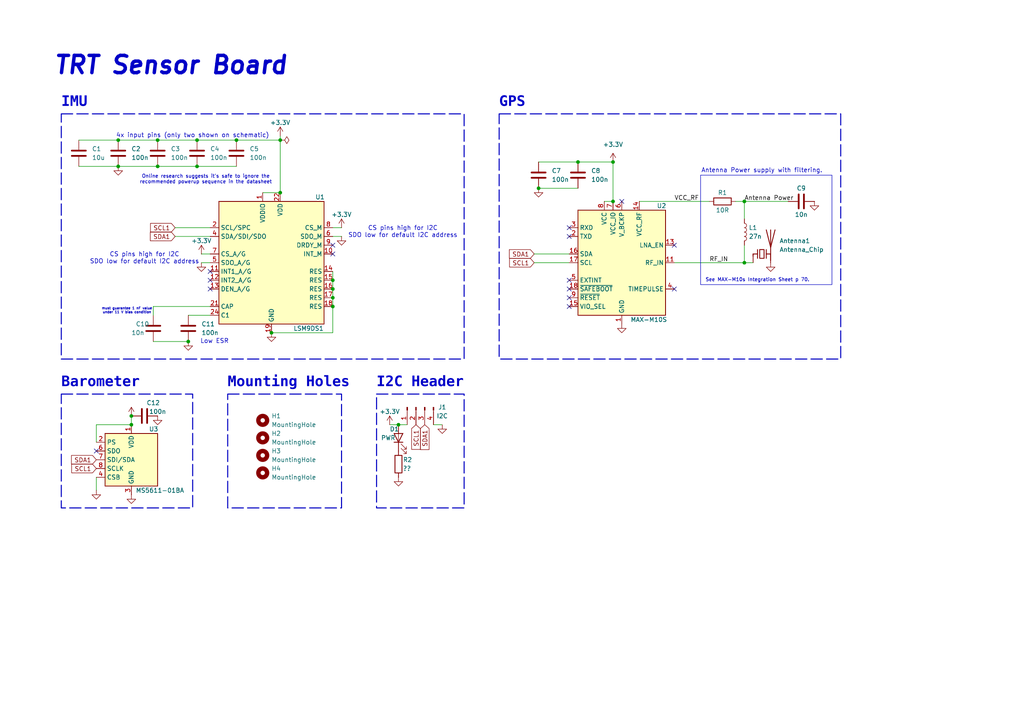
<source format=kicad_sch>
(kicad_sch (version 20231120) (generator "eeschema") (generator_version "8.0")
  (paper "A4")
  (title_block (title "TRT Sensor Board") (date "2024-07-10") (rev "0.1") (company "TRT"))
  (lib_symbols
    (symbol "Connector:Conn_01x04_Pin" (pin_names (offset 1.016) hide)
      (property "Reference" "J" (at 0 5.08 0))
      (property "Value" "Conn_01x04_Pin" (at 0 -7.62 0))
      (symbol "Conn_01x04_Pin_1_1"
        (polyline (pts (xy 1.27 -5.08) (xy 0.8636 -5.08)) (stroke (width 0.1524)))
        (polyline (pts (xy 1.27 -2.54) (xy 0.8636 -2.54)) (stroke (width 0.1524)))
        (polyline (pts (xy 1.27 0) (xy 0.8636 0)) (stroke (width 0.1524)))
        (polyline (pts (xy 1.27 2.54) (xy 0.8636 2.54)) (stroke (width 0.1524)))
        (rectangle (start 0.8636 -4.953) (end 0 -5.207) (stroke (width 0.1524)) (fill (type outline)))
        (rectangle (start 0.8636 -2.413) (end 0 -2.667) (stroke (width 0.1524)) (fill (type outline)))
        (rectangle (start 0.8636 0.127) (end 0 -0.127) (stroke (width 0.1524)) (fill (type outline)))
        (rectangle (start 0.8636 2.667) (end 0 2.413) (stroke (width 0.1524)) (fill (type outline)))
        (pin passive line (at 5.08 2.54 180) (length 3.81) (name "Pin_1") (number "1"))
        (pin passive line (at 5.08 0 180) (length 3.81) (name "Pin_2") (number "2"))
        (pin passive line (at 5.08 -2.54 180) (length 3.81) (name "Pin_3") (number "3"))
        (pin passive line (at 5.08 -5.08 180) (length 3.81) (name "Pin_4") (number "4"))
      )
    )
    (symbol "Device:Antenna_Chip" (pin_numbers hide) (pin_names (offset 1.016) hide)
      (property "Reference" "AE1" (at 5.08 3.8101 0))
      (property "Value" "Antenna_Chip" (at 5.08 1.2701 0))
      (symbol "Antenna_Chip_0_1"
        (polyline (pts (xy -2.54 0) (xy -2.54 -0.635)) (stroke (width 0.254)))
        (polyline (pts (xy -2.54 0) (xy -1.27 0)) (stroke (width 0.254)))
        (polyline (pts (xy 1.27 0) (xy 2.54 0)) (stroke (width 0.254)))
        (polyline (pts (xy 1.27 1.27) (xy 1.27 -1.27)) (stroke (width 0.254)))
        (polyline (pts (xy 2.54 -0.635) (xy 2.54 0)))
        (polyline (pts (xy 2.54 6.985) (xy 2.54 -1.905)) (stroke (width 0.254)))
        (polyline (pts (xy -1.27 1.27) (xy -1.27 -1.27) (xy -1.27 0)) (stroke (width 0.254)))
        (polyline (pts (xy 3.81 6.985) (xy 2.54 1.905) (xy 1.27 6.985)) (stroke (width 0.254)))
        (polyline (pts (xy -0.635 1.27) (xy 0.635 1.27) (xy 0.635 -1.27) (xy -0.635 -1.27) (xy -0.635 1.27)) (stroke (width 0.254)))
      )
      (symbol "Antenna_Chip_1_1"
        (pin input line (at -2.54 -2.54 90) (length 2.54) (name "FEED") (number "1"))
        (pin passive line (at 2.54 -2.54 90) (length 2.54) (name "PCB_Trace") (number "2"))
        (pin input line (at 2.54 -2.54 0) (length 2.54) hide (name "") (number "3"))
        (pin input line (at 2.54 -2.54 0) (length 2.54) hide (name "") (number "4"))
        (pin input line (at 2.54 -2.54 0) (length 2.54) hide (name "") (number "5"))
        (pin input line (at 2.54 -2.54 0) (length 2.54) hide (name "") (number "6"))
        (pin input line (at 2.54 -2.54 0) (length 2.54) hide (name "") (number "7"))
        (pin input line (at 2.54 -2.54 0) (length 2.54) hide (name "") (number "8"))
        (pin input line (at 2.54 -2.54 0) (length 2.54) hide (name "") (number "9"))
      )
    )
    (symbol "Device:C" (pin_numbers hide) (pin_names (offset 0.254))
      (property "Reference" "C" (at 0.635 2.54 0))
      (property "Value" "C" (at 0.635 -2.54 0))
      (symbol "C_0_1"
        (polyline (pts (xy -2.032 -0.762) (xy 2.032 -0.762)) (stroke (width 0.508)))
        (polyline (pts (xy -2.032 0.762) (xy 2.032 0.762)) (stroke (width 0.508)))
      )
      (symbol "C_1_1"
        (pin passive line (at 0 3.81 270) (length 2.794) (name "~") (number "1"))
        (pin passive line (at 0 -3.81 90) (length 2.794) (name "~") (number "2"))
      )
    )
    (symbol "Device:L" (pin_numbers hide) (pin_names (offset 1.016) hide)
      (property "Reference" "L" (at -1.27 0 90))
      (property "Value" "L" (at 1.905 0 90))
      (symbol "L_0_1"
        (arc (start 0 -2.54) (mid 0.6323 -1.905) (end 0 -1.27))
        (arc (start 0 -1.27) (mid 0.6323 -0.635) (end 0 0))
        (arc (start 0 0) (mid 0.6323 0.635) (end 0 1.27))
        (arc (start 0 1.27) (mid 0.6323 1.905) (end 0 2.54))
      )
      (symbol "L_1_1"
        (pin passive line (at 0 3.81 270) (length 1.27) (name "1") (number "1"))
        (pin passive line (at 0 -3.81 90) (length 1.27) (name "2") (number "2"))
      )
    )
    (symbol "Device:LED" (pin_numbers hide) (pin_names (offset 1.016) hide)
      (property "Reference" "D" (at 0 2.54 0))
      (property "Value" "LED" (at 0 -2.54 0))
      (symbol "LED_0_1"
        (polyline (pts (xy -1.27 -1.27) (xy -1.27 1.27)) (stroke (width 0.254)))
        (polyline (pts (xy -1.27 0) (xy 1.27 0)))
        (polyline (pts (xy 1.27 -1.27) (xy 1.27 1.27) (xy -1.27 0) (xy 1.27 -1.27)) (stroke (width 0.254)))
        (polyline (pts (xy -3.048 -0.762) (xy -4.572 -2.286) (xy -3.81 -2.286) (xy -4.572 -2.286) (xy -4.572 -1.524)))
        (polyline (pts (xy -1.778 -0.762) (xy -3.302 -2.286) (xy -2.54 -2.286) (xy -3.302 -2.286) (xy -3.302 -1.524)))
      )
      (symbol "LED_1_1"
        (pin passive line (at -3.81 0 0) (length 2.54) (name "K") (number "1"))
        (pin passive line (at 3.81 0 180) (length 2.54) (name "A") (number "2"))
      )
    )
    (symbol "Device:R" (pin_numbers hide) (pin_names (offset 0))
      (property "Reference" "R" (at 2.032 0 90))
      (property "Value" "R" (at 0 0 90))
      (symbol "R_0_1"
        (rectangle (start -1.016 -2.54) (end 1.016 2.54) (stroke (width 0.254)))
      )
      (symbol "R_1_1"
        (pin passive line (at 0 3.81 270) (length 1.27) (name "~") (number "1"))
        (pin passive line (at 0 -3.81 90) (length 1.27) (name "~") (number "2"))
      )
    )
    (symbol "Mechanical:MountingHole" (pin_names (offset 1.016)) (exclude_from_sim yes) (in_bom no)
      (property "Reference" "H" (at 0 5.08 0))
      (property "Value" "MountingHole" (at 0 3.175 0))
      (symbol "MountingHole_0_1"
        (circle (center 0 0) (radius 1.27) (stroke (width 1.27)))
      )
    )
    (symbol "RF_GPS:MAX-M10S"
      (property "Reference" "U" (at -10.16 16.51 0))
      (property "Value" "MAX-M10S" (at 11.43 16.51 0))
      (symbol "MAX-M10S_0_1"
        (rectangle (start 12.7 15.24) (end -12.7 -15.24) (stroke (width 0.254)) (fill (type background)))
      )
      (symbol "MAX-M10S_1_1"
        (pin power_in line (at 0 -17.78 90) (length 2.54) (name "GND") (number "1"))
        (pin passive line (at 0 -17.78 90) (length 2.54) hide (name "GND") (number "10"))
        (pin input line (at 15.24 0 180) (length 2.54) (name "RF_IN") (number "11"))
        (pin passive line (at 0 -17.78 90) (length 2.54) hide (name "GND") (number "12"))
        (pin output line (at 15.24 5.08 180) (length 2.54) (name "LNA_EN") (number "13"))
        (pin power_out line (at 5.08 17.78 270) (length 2.54) (name "VCC_RF") (number "14"))
        (pin input line (at -15.24 -12.7 0) (length 2.54) (name "VIO_SEL") (number "15"))
        (pin bidirectional line (at -15.24 2.54 0) (length 2.54) (name "SDA") (number "16"))
        (pin input line (at -15.24 0 0) (length 2.54) (name "SCL") (number "17"))
        (pin input line (at -15.24 -7.62 0) (length 2.54) (name "~{SAFEBOOT}") (number "18"))
        (pin output line (at -15.24 7.62 0) (length 2.54) (name "TXD") (number "2"))
        (pin input line (at -15.24 10.16 0) (length 2.54) (name "RXD") (number "3"))
        (pin output line (at 15.24 -7.62 180) (length 2.54) (name "TIMEPULSE") (number "4"))
        (pin input line (at -15.24 -5.08 0) (length 2.54) (name "EXTINT") (number "5"))
        (pin power_in line (at 0 17.78 270) (length 2.54) (name "V_BCKP") (number "6"))
        (pin power_in line (at -2.54 17.78 270) (length 2.54) (name "VCC_IO") (number "7"))
        (pin power_in line (at -5.08 17.78 270) (length 2.54) (name "VCC") (number "8"))
        (pin input line (at -15.24 -10.16 0) (length 2.54) (name "~{RESET}") (number "9"))
      )
    )
    (symbol "Sensor_Motion:LSM9DS1"
      (property "Reference" "U" (at -15.24 21.59 0))
      (property "Value" "LSM9DS1" (at -15.24 19.05 0))
      (symbol "LSM9DS1_0_1"
        (rectangle (start -15.24 17.78) (end 15.24 -17.78) (stroke (width 0.254)) (fill (type background)))
      )
      (symbol "LSM9DS1_1_1"
        (pin power_in line (at -2.54 20.32 270) (length 2.54) (name "VDDIO") (number "1"))
        (pin output line (at 17.78 2.54 180) (length 2.54) (name "INT_M") (number "10"))
        (pin output line (at -17.78 -2.54 0) (length 2.54) (name "INT1_A/G") (number "11"))
        (pin output line (at -17.78 -5.08 0) (length 2.54) (name "INT2_A/G") (number "12"))
        (pin input line (at -17.78 -7.62 0) (length 2.54) (name "DEN_A/G") (number "13"))
        (pin bidirectional line (at 17.78 -2.54 180) (length 2.54) (name "RES") (number "14"))
        (pin bidirectional line (at 17.78 -5.08 180) (length 2.54) (name "RES") (number "15"))
        (pin bidirectional line (at 17.78 -7.62 180) (length 2.54) (name "RES") (number "16"))
        (pin bidirectional line (at 17.78 -10.16 180) (length 2.54) (name "RES") (number "17"))
        (pin bidirectional line (at 17.78 -12.7 180) (length 2.54) (name "RES") (number "18"))
        (pin power_in line (at 0 -20.32 90) (length 2.54) (name "GND") (number "19"))
        (pin input line (at -17.78 10.16 0) (length 2.54) (name "SCL/SPC") (number "2"))
        (pin passive line (at 0 -20.32 90) (length 2.54) hide (name "GND") (number "20"))
        (pin passive line (at -17.78 -12.7 0) (length 2.54) (name "CAP") (number "21"))
        (pin power_in line (at 2.54 20.32 270) (length 2.54) (name "VDD") (number "22"))
        (pin passive line (at 2.54 20.32 270) (length 2.54) hide (name "VDD") (number "23"))
        (pin passive line (at -17.78 -15.24 0) (length 2.54) (name "C1") (number "24"))
        (pin passive line (at -2.54 20.32 270) (length 2.54) hide (name "VDDIO") (number "3"))
        (pin bidirectional line (at -17.78 7.62 0) (length 2.54) (name "SDA/SDI/SDO") (number "4"))
        (pin output line (at -17.78 0 0) (length 2.54) (name "SDO_A/G") (number "5"))
        (pin output line (at 17.78 7.62 180) (length 2.54) (name "SDO_M") (number "6"))
        (pin input line (at -17.78 2.54 0) (length 2.54) (name "CS_A/G") (number "7"))
        (pin input line (at 17.78 10.16 180) (length 2.54) (name "CS_M") (number "8"))
        (pin output line (at 17.78 5.08 180) (length 2.54) (name "DRDY_M") (number "9"))
      )
    )
    (symbol "Sensor_Pressure:MS5611-01BA"
      (property "Reference" "U" (at -6.35 8.89 0))
      (property "Value" "MS5611-01BA" (at 7.62 8.89 0))
      (symbol "MS5611-01BA_0_1"
        (rectangle (start -7.62 7.62) (end 7.62 -7.62) (stroke (width 0.254)) (fill (type background)))
      )
      (symbol "MS5611-01BA_1_1"
        (pin power_in line (at 0 10.16 270) (length 2.54) (name "VDD") (number "1"))
        (pin input line (at -10.16 5.08 0) (length 2.54) (name "PS") (number "2"))
        (pin power_in line (at 0 -10.16 90) (length 2.54) (name "GND") (number "3"))
        (pin input line (at -10.16 -5.08 0) (length 2.54) (name "CSB") (number "4"))
        (pin input line (at -10.16 -5.08 0) (length 2.54) hide (name "CSB") (number "5"))
        (pin output line (at -10.16 2.54 0) (length 2.54) (name "SDO") (number "6"))
        (pin bidirectional line (at -10.16 0 0) (length 2.54) (name "SDI/SDA") (number "7"))
        (pin input line (at -10.16 -2.54 0) (length 2.54) (name "SCLK") (number "8"))
      )
    )
    (symbol "power:+3.3V" (power) (pin_numbers hide) (pin_names (offset 0) hide)
      (property "Value" "+3.3V" (at 0 3.556 0))
      (symbol "+3.3V_0_1"
        (polyline (pts (xy -0.762 1.27) (xy 0 2.54)))
        (polyline (pts (xy 0 0) (xy 0 2.54)))
        (polyline (pts (xy 0 2.54) (xy 0.762 1.27)))
      )
      (symbol "+3.3V_1_1"
        (pin power_in line (at 0 0 90) (length 0) (name "~") (number "1"))
      )
    )
    (symbol "power:GND" (power) (pin_numbers hide) (pin_names (offset 0) hide)
      (property "Value" "GND" (at 0 -3.81 0))
      (symbol "GND_0_1"
        (polyline (pts (xy 0 0) (xy 0 -1.27) (xy 1.27 -1.27) (xy 0 -2.54) (xy -1.27 -1.27) (xy 0 -1.27)))
      )
      (symbol "GND_1_1"
        (pin power_in line (at 0 0 270) (length 0) (name "~") (number "1"))
      )
    )
    (symbol "power:PWR_FLAG" (power) (pin_numbers hide) (pin_names (offset 0) hide)
      (property "Value" "PWR_FLAG" (at 0 3.81 0))
      (symbol "PWR_FLAG_0_0"
        (pin power_out line (at 0 0 90) (length 0) (name "~") (number "1"))
      )
      (symbol "PWR_FLAG_0_1"
        (polyline (pts (xy 0 0) (xy 0 1.27) (xy -1.016 1.905) (xy 0 2.54) (xy 1.016 1.905) (xy 0 1.27)))
      )
    )
  )
  (junction (at 115.57 123.19))
  (junction (at 156.21 54.61))
  (junction (at 96.52 88.9))
  (junction (at 78.74 96.52))
  (junction (at 81.28 55.88))
  (junction (at 34.29 40.64))
  (junction (at 96.52 83.82))
  (junction (at 57.15 48.26))
  (junction (at 215.9 76.2))
  (junction (at 167.64 46.99))
  (junction (at 45.72 48.26))
  (junction (at 38.1 123.19))
  (junction (at 215.9 58.42))
  (junction (at 45.72 40.64))
  (junction (at 96.52 86.36))
  (junction (at 81.28 40.64))
  (junction (at 68.58 40.64))
  (junction (at 34.29 48.26))
  (junction (at 54.61 99.06))
  (junction (at 38.1 120.65))
  (junction (at 96.52 81.28))
  (junction (at 57.15 40.64))
  (junction (at 177.8 46.99))
  (junction (at 177.8 58.42))
  (no_connect (at 165.1 86.36))
  (no_connect (at 60.96 83.82))
  (no_connect (at 165.1 66.04))
  (no_connect (at 165.1 83.82))
  (no_connect (at 60.96 78.74))
  (no_connect (at 195.58 83.82))
  (no_connect (at 96.52 73.66))
  (no_connect (at 96.52 71.12))
  (no_connect (at 165.1 88.9))
  (no_connect (at 27.94 130.81))
  (no_connect (at 165.1 81.28))
  (no_connect (at 165.1 68.58))
  (no_connect (at 195.58 71.12))
  (no_connect (at 180.34 58.42))
  (no_connect (at 60.96 81.28))
  (wire (pts (xy 115.57 123.19) (xy 113.03 123.19)))
  (wire (pts (xy 175.26 58.42) (xy 177.8 58.42)))
  (wire (pts (xy 44.45 99.06) (xy 54.61 99.06)))
  (wire (pts (xy 54.61 91.44) (xy 60.96 91.44)))
  (wire (pts (xy 57.15 40.64) (xy 68.58 40.64)))
  (wire (pts (xy 76.2 55.88) (xy 81.28 55.88)))
  (wire (pts (xy 177.8 46.99) (xy 177.8 58.42)))
  (wire (pts (xy 128.27 123.19) (xy 125.73 123.19)))
  (wire (pts (xy 81.28 39.37) (xy 81.28 40.64)))
  (wire (pts (xy 154.94 76.2) (xy 165.1 76.2)))
  (wire (pts (xy 167.64 46.99) (xy 177.8 46.99)))
  (wire (pts (xy 185.42 58.42) (xy 205.74 58.42)))
  (wire (pts (xy 22.86 40.64) (xy 34.29 40.64)))
  (wire (pts (xy 34.29 40.64) (xy 45.72 40.64)))
  (wire (pts (xy 50.8 66.04) (xy 60.96 66.04)))
  (wire (pts (xy 45.72 48.26) (xy 57.15 48.26)))
  (wire (pts (xy 57.15 48.26) (xy 68.58 48.26)))
  (wire (pts (xy 96.52 68.58) (xy 99.06 68.58)))
  (wire (pts (xy 34.29 48.26) (xy 45.72 48.26)))
  (wire (pts (xy 215.9 58.42) (xy 228.6 58.42)))
  (wire (pts (xy 115.57 123.19) (xy 118.11 123.19)))
  (wire (pts (xy 215.9 76.2) (xy 218.44 76.2)))
  (wire (pts (xy 78.74 96.52) (xy 96.52 96.52)))
  (wire (pts (xy 27.94 123.19) (xy 27.94 128.27)))
  (wire (pts (xy 27.94 138.43) (xy 27.94 142.24)))
  (wire (pts (xy 68.58 40.64) (xy 81.28 40.64)))
  (wire (pts (xy 96.52 66.04) (xy 99.06 66.04)))
  (wire (pts (xy 38.1 120.65) (xy 38.1 123.19)))
  (wire (pts (xy 81.28 40.64) (xy 81.28 55.88)))
  (wire (pts (xy 58.42 76.2) (xy 60.96 76.2)))
  (wire (pts (xy 27.94 123.19) (xy 38.1 123.19)))
  (wire (pts (xy 215.9 58.42) (xy 215.9 63.5)))
  (wire (pts (xy 156.21 46.99) (xy 167.64 46.99)))
  (wire (pts (xy 44.45 88.9) (xy 44.45 91.44)))
  (wire (pts (xy 213.36 58.42) (xy 215.9 58.42)))
  (wire (pts (xy 58.42 73.66) (xy 60.96 73.66)))
  (wire (pts (xy 154.94 73.66) (xy 165.1 73.66)))
  (wire (pts (xy 22.86 48.26) (xy 34.29 48.26)))
  (wire (pts (xy 96.52 81.28) (xy 96.52 83.82)))
  (wire (pts (xy 45.72 40.64) (xy 57.15 40.64)))
  (wire (pts (xy 96.52 83.82) (xy 96.52 86.36)))
  (wire (pts (xy 195.58 76.2) (xy 215.9 76.2)))
  (wire (pts (xy 96.52 86.36) (xy 96.52 88.9)))
  (wire (pts (xy 215.9 71.12) (xy 215.9 76.2)))
  (wire (pts (xy 156.21 54.61) (xy 167.64 54.61)))
  (wire (pts (xy 50.8 68.58) (xy 60.96 68.58)))
  (wire (pts (xy 96.52 78.74) (xy 96.52 81.28)))
  (wire (pts (xy 44.45 88.9) (xy 60.96 88.9)))
  (wire (pts (xy 96.52 88.9) (xy 96.52 96.52)))
  (rectangle (start 144.78 33.02) (end 243.84 104.14) (stroke (width 0.3) (type dash)))
  (rectangle (start 109.22 114.3) (end 134.62 147.32) (stroke (width 0.3) (type dash)))
  (rectangle (start 203.2 50.8) (end 241.3 82.55))
  (rectangle (start 17.78 114.3) (end 55.88 147.32) (stroke (width 0.3) (type dash)))
  (rectangle (start 17.78 33.02) (end 134.62 104.14) (stroke (width 0.3) (type dash)))
  (rectangle (start 66.04 114.3) (end 99.06 147.32) (stroke (width 0.3) (type dash)))
  (text "IMU" (at 17.78 30.48 0) (effects (font (size 3 3) (thickness 1) (bold yes)) (justify left)))
  (text "Online research suggests it's safe to ignore the\nrecommended powerup sequence in the datasheet" (at 59.69 52.07 0) (effects (font (size 1 1))))
  (text "TRT Sensor Board" (at 49.53 19.05 0) (effects (font (size 5 5) (thickness 1) (bold yes) (italic yes))))
  (text "must guarantee 1 nF value\nunder 11 V bias condition" (at 36.83 90.17 0) (effects (font (size 0.7 0.7))))
  (text "Low ESR" (at 62.23 99.06 0) (effects (font (size 1.27 1.27))))
  (text "CS pins high for I2C\nSDO low for default I2C address" (at 116.84 67.31 0) (effects (font (size 1.27 1.27))))
  (text "Barometer" (at 17.78 111.76 0) (effects (font (size 3 3) (thickness 1) (bold yes)) (justify left)))
  (text "GPS" (at 144.78 30.48 0) (effects (font (size 3 3) (thickness 1) (bold yes)) (justify left)))
  (text "See MAX-M10s Integration Sheet p 70." (at 219.71 81.28 0) (effects (font (size 1 1))))
  (text "I2C Header" (at 109.22 111.76 0) (effects (font (size 3 3) (thickness 1) (bold yes)) (justify left)))
  (text "4x input pins (only two shown on schematic)" (at 55.88 39.37 0) (effects (font (size 1.27 1.27))))
  (text "CS pins high for I2C\nSDO low for default I2C address" (at 41.91 74.93 0) (effects (font (size 1.27 1.27))))
  (text "Mounting Holes" (at 66.04 111.76 0) (effects (font (size 3 3) (thickness 1) (bold yes)) (justify left)))
  (text "Antenna Power supply with filtering." (at 220.98 49.53 0) (effects (font (size 1.27 1.27))))
  (label "Antenna Power" (at 215.9 58.42 0))
  (label "VCC_RF" (at 195.58 58.42 0))
  (label "RF_IN" (at 205.74 76.2 0))
  (global_label "SCL1" (shape input) (at 154.94 76.2 180) (property "Intersheetrefs" "${INTERSHEET_REFS}" (effects (hide yes))))
  (global_label "SCL1" (shape input) (at 50.8 66.04 180) (property "Intersheetrefs" "${INTERSHEET_REFS}" (effects (hide yes))))
  (global_label "SCL1" (shape input) (at 27.94 135.89 180) (property "Intersheetrefs" "${INTERSHEET_REFS}" (effects (hide yes))))
  (global_label "SDA1" (shape input) (at 50.8 68.58 180) (property "Intersheetrefs" "${INTERSHEET_REFS}" (effects (hide yes))))
  (global_label "SDA1" (shape input) (at 123.19 123.19 270) (property "Intersheetrefs" "${INTERSHEET_REFS}" (effects (hide yes))))
  (global_label "SDA1" (shape input) (at 27.94 133.35 180) (property "Intersheetrefs" "${INTERSHEET_REFS}" (effects (hide yes))))
  (global_label "SDA1" (shape input) (at 154.94 73.66 180) (property "Intersheetrefs" "${INTERSHEET_REFS}" (effects (hide yes))))
  (global_label "SCL1" (shape input) (at 120.65 123.19 270) (property "Intersheetrefs" "${INTERSHEET_REFS}" (effects (hide yes))))
  (symbol (lib_id "Device:R") (at 115.57 134.62 0) (unit 1)
    (property "Reference" "R2" (at 116.84 133.35 0) (effects (justify left)))
    (property "Value" "??" (at 116.84 135.89 0) (effects (justify left)))
    (property "Footprint" "Resistor_SMD:R_0805_2012Metric" (effects (hide yes)))
    (property "Description" "Resistor" (effects (hide yes)))
  )
  (symbol (lib_id "Device:C") (at 57.15 44.45 0) (unit 1)
    (property "Reference" "C4" (at 60.96 43.1799 0) (effects (justify left)))
    (property "Value" "100n" (at 60.96 45.7199 0) (effects (justify left)))
    (property "Footprint" "Capacitor_SMD:C_0805_2012Metric" (effects (hide yes)))
    (property "Description" "Unpolarized capacitor" (effects (hide yes)))
  )
  (symbol (lib_id "Sensor_Motion:LSM9DS1") (at 78.74 76.2 0) (unit 1)
    (property "Reference" "U1" (at 91.44 57.15 0) (effects (justify left)))
    (property "Value" "LSM9DS1" (at 85.09 95.25 0) (effects (justify left)))
    (property "Footprint" "Package_LGA:LGA-24L_3x3.5mm_P0.43mm" (effects (hide yes)))
    (property "Datasheet" "https://www.digikey.com/htmldatasheets/production/1639232/0/0/1/LSM9DS1-Datasheet.pdf" (effects (hide yes)))
    (property "Description" "I2C SPI 9 axis IMU accelerometer gyroscope magnetometer" (effects (hide yes)))
  )
  (symbol (lib_id "Connector:Conn_01x04_Pin") (at 120.65 118.11 90) (mirror x) (unit 1)
    (property "Reference" "J1" (at 128.27 118.11 90))
    (property "Value" "I2C" (at 128.27 120.65 90))
    (property "Footprint" "Connector_JST:JST_XH_S4B-XH-A_1x04_P2.50mm_Horizontal" (effects (hide yes)))
    (property "Description" "Generic connector, single row, 01x04, script generated" (effects (hide yes)))
  )
  (symbol (lib_id "power:GND") (at 58.42 76.2 0) (unit 1)
    (property "Reference" "#PWR010" (effects (hide yes)))
    (property "Value" "GND" (effects (hide yes)))
    (property "Description" "Power symbol creates a global label with name \"GND\" , ground" (effects (hide yes)))
  )
  (symbol (lib_id "power:GND") (at 115.57 138.43 0) (unit 1)
    (property "Reference" "#PWR019" (effects (hide yes)))
    (property "Value" "GND" (effects (hide yes)))
    (property "Description" "Power symbol creates a global label with name \"GND\" , ground" (effects (hide yes)))
  )
  (symbol (lib_id "Device:C") (at 232.41 58.42 90) (unit 1)
    (property "Reference" "C9" (at 232.41 54.61 90))
    (property "Value" "10n" (at 232.41 62.23 90))
    (property "Footprint" "Capacitor_SMD:C_0805_2012Metric" (effects (hide yes)))
    (property "Description" "Unpolarized capacitor" (effects (hide yes)))
  )
  (symbol (lib_id "Mechanical:MountingHole") (at 76.2 137.16 0) (unit 1) (exclude_from_sim yes) (in_bom no)
    (property "Reference" "H4" (at 78.74 135.8899 0) (effects (justify left)))
    (property "Value" "MountingHole" (at 78.74 138.4299 0) (effects (justify left)))
    (property "Footprint" "MountingHole:MountingHole_2.2mm_M2" (effects (hide yes)))
    (property "Description" "Mounting Hole without connection" (effects (hide yes)))
  )
  (symbol (lib_id "Device:Antenna_Chip") (at 220.98 73.66 0) (unit 1)
    (property "Reference" "Antenna1" (at 226.06 69.8499 0) (effects (justify left)))
    (property "Value" "Antenna_Chip" (at 226.06 72.3899 0) (effects (justify left)))
    (property "Footprint" "PatchAntenna:SGGP.12.A" (effects (hide yes)))
    (property "Description" "Ceramic chip antenna with pin for PCB trace" (effects (hide yes)))
  )
  (symbol (lib_id "Device:L") (at 215.9 67.31 0) (unit 1)
    (property "Reference" "L1" (at 217.17 66.0399 0) (effects (justify left)))
    (property "Value" "27n" (at 217.17 68.5799 0) (effects (justify left)))
    (property "Footprint" "Inductor_SMD:L_0805_2012Metric" (effects (hide yes)))
    (property "Description" "Inductor" (effects (hide yes)))
  )
  (symbol (lib_id "Device:C") (at 167.64 50.8 0) (unit 1)
    (property "Reference" "C8" (at 171.45 49.5299 0) (effects (justify left)))
    (property "Value" "100n" (at 171.45 52.0699 0) (effects (justify left)))
    (property "Footprint" "Capacitor_SMD:C_0805_2012Metric" (effects (hide yes)))
    (property "Description" "Unpolarized capacitor" (effects (hide yes)))
  )
  (symbol (lib_id "Device:C") (at 68.58 44.45 0) (unit 1)
    (property "Reference" "C5" (at 72.39 43.1799 0) (effects (justify left)))
    (property "Value" "100n" (at 72.39 45.7199 0) (effects (justify left)))
    (property "Footprint" "Capacitor_SMD:C_0805_2012Metric" (effects (hide yes)))
    (property "Description" "Unpolarized capacitor" (effects (hide yes)))
  )
  (symbol (lib_id "power:GND") (at 45.72 120.65 0) (unit 1)
    (property "Reference" "#PWR016" (effects (hide yes)))
    (property "Value" "GND" (effects (hide yes)))
    (property "Description" "Power symbol creates a global label with name \"GND\" , ground" (effects (hide yes)))
  )
  (symbol (lib_id "power:GND") (at 236.22 58.42 0) (unit 1)
    (property "Reference" "#PWR06" (effects (hide yes)))
    (property "Value" "GND" (effects (hide yes)))
    (property "Description" "Power symbol creates a global label with name \"GND\" , ground" (effects (hide yes)))
  )
  (symbol (lib_id "Device:LED") (at 115.57 127 90) (unit 1)
    (property "Reference" "D1" (at 113.03 124.46 90) (effects (justify right)))
    (property "Value" "PWR" (at 110.49 127 90) (effects (justify right)))
    (property "Footprint" "LED_SMD:LED_0805_2012Metric" (effects (hide yes)))
    (property "Description" "Light emitting diode" (effects (hide yes)))
  )
  (symbol (lib_id "power:GND") (at 34.29 48.26 0) (unit 1)
    (property "Reference" "#PWR02" (effects (hide yes)))
    (property "Value" "GND" (effects (hide yes)))
    (property "Description" "Power symbol creates a global label with name \"GND\" , ground" (effects (hide yes)))
  )
  (symbol (lib_id "power:GND") (at 156.21 54.61 0) (unit 1)
    (property "Reference" "#PWR05" (effects (hide yes)))
    (property "Value" "GND" (effects (hide yes)))
    (property "Description" "Power symbol creates a global label with name \"GND\" , ground" (effects (hide yes)))
  )
  (symbol (lib_id "power:GND") (at 54.61 99.06 0) (unit 1)
    (property "Reference" "#PWR013" (effects (hide yes)))
    (property "Value" "GND" (effects (hide yes)))
    (property "Description" "Power symbol creates a global label with name \"GND\" , ground" (effects (hide yes)))
  )
  (symbol (lib_id "power:+3.3V") (at 81.28 39.37 0) (unit 1)
    (property "Reference" "#PWR01" (effects (hide yes)))
    (property "Value" "+3.3V" (at 81.28 35.56 0))
    (property "Description" "Power symbol creates a global label with name \"+3.3V\"" (effects (hide yes)))
  )
  (symbol (lib_id "Device:C") (at 45.72 44.45 0) (unit 1)
    (property "Reference" "C3" (at 49.53 43.1799 0) (effects (justify left)))
    (property "Value" "100n" (at 49.53 45.7199 0) (effects (justify left)))
    (property "Footprint" "Capacitor_SMD:C_0805_2012Metric" (effects (hide yes)))
    (property "Description" "Unpolarized capacitor" (effects (hide yes)))
  )
  (symbol (lib_id "power:PWR_FLAG") (at 81.28 40.64 270) (unit 1)
    (property "Reference" "#FLG02" (effects (hide yes)))
    (property "Value" "PWR_FLAG" (effects (hide yes)))
    (property "Description" "Special symbol for telling ERC where power comes from" (effects (hide yes)))
  )
  (symbol (lib_id "Device:C") (at 41.91 120.65 90) (unit 1)
    (property "Reference" "C12" (at 44.45 116.84 90))
    (property "Value" "100n" (at 45.72 119.38 90))
    (property "Footprint" "Capacitor_SMD:C_0805_2012Metric" (effects (hide yes)))
    (property "Description" "Unpolarized capacitor" (effects (hide yes)))
  )
  (symbol (lib_id "power:GND") (at 128.27 123.19 0) (unit 1)
    (property "Reference" "#PWR018" (effects (hide yes)))
    (property "Value" "GND" (effects (hide yes)))
    (property "Description" "Power symbol creates a global label with name \"GND\" , ground" (effects (hide yes)))
  )
  (symbol (lib_id "Mechanical:MountingHole") (at 76.2 132.08 0) (unit 1) (exclude_from_sim yes) (in_bom no)
    (property "Reference" "H3" (at 78.74 130.8099 0) (effects (justify left)))
    (property "Value" "MountingHole" (at 78.74 133.3499 0) (effects (justify left)))
    (property "Footprint" "MountingHole:MountingHole_2.2mm_M2" (effects (hide yes)))
    (property "Description" "Mounting Hole without connection" (effects (hide yes)))
  )
  (symbol (lib_id "power:+3.3V") (at 177.8 46.99 0) (unit 1)
    (property "Reference" "#PWR04" (effects (hide yes)))
    (property "Value" "+3.3V" (at 177.8 41.91 0))
    (property "Description" "Power symbol creates a global label with name \"+3.3V\"" (effects (hide yes)))
  )
  (symbol (lib_id "Device:C") (at 22.86 44.45 0) (unit 1)
    (property "Reference" "C1" (at 26.67 43.1799 0) (effects (justify left)))
    (property "Value" "10u" (at 26.67 45.7199 0) (effects (justify left)))
    (property "Footprint" "Capacitor_SMD:C_0805_2012Metric" (effects (hide yes)))
    (property "Description" "Unpolarized capacitor" (effects (hide yes)))
  )
  (symbol (lib_id "power:GND") (at 78.74 96.52 0) (unit 1)
    (property "Reference" "#PWR012" (effects (hide yes)))
    (property "Value" "GND" (effects (hide yes)))
    (property "Description" "Power symbol creates a global label with name \"GND\" , ground" (effects (hide yes)))
  )
  (symbol (lib_id "Device:R") (at 209.55 58.42 90) (unit 1)
    (property "Reference" "R1" (at 209.55 55.88 90))
    (property "Value" "10R" (at 209.55 60.96 90))
    (property "Footprint" "Resistor_SMD:R_0805_2012Metric" (effects (hide yes)))
    (property "Description" "Resistor" (effects (hide yes)))
  )
  (symbol (lib_id "Mechanical:MountingHole") (at 76.2 121.92 0) (unit 1) (exclude_from_sim yes) (in_bom no)
    (property "Reference" "H1" (at 78.74 120.6499 0) (effects (justify left)))
    (property "Value" "MountingHole" (at 78.74 123.1899 0) (effects (justify left)))
    (property "Footprint" "MountingHole:MountingHole_2.2mm_M2" (effects (hide yes)))
    (property "Description" "Mounting Hole without connection" (effects (hide yes)))
  )
  (symbol (lib_id "power:GND") (at 223.52 76.2 0) (unit 1)
    (property "Reference" "#PWR011" (effects (hide yes)))
    (property "Value" "GND" (effects (hide yes)))
    (property "Description" "Power symbol creates a global label with name \"GND\" , ground" (effects (hide yes)))
  )
  (symbol (lib_id "power:+3.3V") (at 99.06 66.04 0) (unit 1)
    (property "Reference" "#PWR07" (effects (hide yes)))
    (property "Value" "+3.3V" (at 99.06 62.23 0))
    (property "Description" "Power symbol creates a global label with name \"+3.3V\"" (effects (hide yes)))
  )
  (symbol (lib_id "Mechanical:MountingHole") (at 76.2 127 0) (unit 1) (exclude_from_sim yes) (in_bom no)
    (property "Reference" "H2" (at 78.74 125.7299 0) (effects (justify left)))
    (property "Value" "MountingHole" (at 78.74 128.2699 0) (effects (justify left)))
    (property "Footprint" "MountingHole:MountingHole_2.2mm_M2" (effects (hide yes)))
    (property "Description" "Mounting Hole without connection" (effects (hide yes)))
  )
  (symbol (lib_id "Device:C") (at 54.61 95.25 0) (unit 1)
    (property "Reference" "C11" (at 58.42 93.9799 0) (effects (justify left)))
    (property "Value" "100n" (at 58.42 96.5199 0) (effects (justify left)))
    (property "Footprint" "Capacitor_SMD:C_0805_2012Metric" (effects (hide yes)))
    (property "Description" "Unpolarized capacitor" (effects (hide yes)))
  )
  (symbol (lib_id "Device:C") (at 44.45 95.25 0) (unit 1)
    (property "Reference" "C10" (at 39.37 93.98 0) (effects (justify left)))
    (property "Value" "10n" (at 38.1 96.52 0) (effects (justify left)))
    (property "Footprint" "Capacitor_SMD:C_0805_2012Metric" (effects (hide yes)))
    (property "Description" "Unpolarized capacitor" (effects (hide yes)))
  )
  (symbol (lib_id "Sensor_Pressure:MS5611-01BA") (at 38.1 133.35 0) (unit 1)
    (property "Reference" "U3" (at 43.18 124.46 0) (effects (justify left)))
    (property "Value" "MS5611-01BA" (at 39.37 142.24 0) (effects (justify left)))
    (property "Footprint" "Package_LGA:LGA-8_3x5mm_P1.25mm" (effects (hide yes)))
    (property "Datasheet" "https://www.te.com/commerce/DocumentDelivery/DDEController?Action=srchrtrv&DocNm=MS5611-01BA03&DocType=Data+Sheet&DocLang=English" (effects (hide yes)))
    (property "Description" "Barometric pressure sensor, 10cm resolution, 10 to 1200 mbar, I2C and SPI interface up to 20MHz, LGA-8" (effects (hide yes)))
  )
  (symbol (lib_id "power:GND") (at 38.1 143.51 0) (unit 1)
    (property "Reference" "#PWR021" (effects (hide yes)))
    (property "Value" "GND" (effects (hide yes)))
    (property "Description" "Power symbol creates a global label with name \"GND\" , ground" (effects (hide yes)))
  )
  (symbol (lib_id "power:GND") (at 27.94 142.24 0) (unit 1)
    (property "Reference" "#PWR020" (effects (hide yes)))
    (property "Value" "GND" (effects (hide yes)))
    (property "Description" "Power symbol creates a global label with name \"GND\" , ground" (effects (hide yes)))
  )
  (symbol (lib_id "power:GND") (at 99.06 68.58 0) (unit 1)
    (property "Reference" "#PWR08" (effects (hide yes)))
    (property "Value" "GND" (effects (hide yes)))
    (property "Description" "Power symbol creates a global label with name \"GND\" , ground" (effects (hide yes)))
  )
  (symbol (lib_id "Device:C") (at 156.21 50.8 0) (unit 1)
    (property "Reference" "C7" (at 160.02 49.5299 0) (effects (justify left)))
    (property "Value" "100n" (at 160.02 52.0699 0) (effects (justify left)))
    (property "Footprint" "Capacitor_SMD:C_0805_2012Metric" (effects (hide yes)))
    (property "Description" "Unpolarized capacitor" (effects (hide yes)))
  )
  (symbol (lib_id "power:GND") (at 180.34 93.98 0) (unit 1)
    (property "Reference" "#PWR014" (effects (hide yes)))
    (property "Value" "GND" (effects (hide yes)))
    (property "Description" "Power symbol creates a global label with name \"GND\" , ground" (effects (hide yes)))
  )
  (symbol (lib_id "power:+3.3V") (at 38.1 120.65 0) (unit 1)
    (property "Reference" "#PWR015" (effects (hide yes)))
    (property "Value" "+3.3V" (effects (hide yes)))
    (property "Description" "Power symbol creates a global label with name \"+3.3V\"" (effects (hide yes)))
  )
  (symbol (lib_id "Device:C") (at 34.29 44.45 0) (unit 1)
    (property "Reference" "C2" (at 38.1 43.1799 0) (effects (justify left)))
    (property "Value" "100n" (at 38.1 45.7199 0) (effects (justify left)))
    (property "Footprint" "Capacitor_SMD:C_0805_2012Metric" (effects (hide yes)))
    (property "Description" "Unpolarized capacitor" (effects (hide yes)))
  )
  (symbol (lib_id "RF_GPS:MAX-M10S") (at 180.34 76.2 0) (unit 1)
    (property "Reference" "U2" (at 190.5 59.69 0) (effects (justify left)))
    (property "Value" "MAX-M10S" (at 182.88 92.71 0) (effects (justify left)))
    (property "Footprint" "RF_GPS:ublox_MAX" (effects (hide yes)))
    (property "Datasheet" "https://content.u-blox.com/sites/default/files/MAX-M10S_DataSheet_UBX-20035208.pdf" (effects (hide yes)))
    (property "Description" "GNSS Module MAX M10, VCC 1.65V to 3.6V" (effects (hide yes)))
  )
  (symbol (lib_id "power:+3.3V") (at 113.03 123.19 0) (unit 1)
    (property "Reference" "#PWR017" (effects (hide yes)))
    (property "Value" "+3.3V" (at 113.03 119.38 0))
    (property "Description" "Power symbol creates a global label with name \"+3.3V\"" (effects (hide yes)))
  )
  (symbol (lib_id "power:+3.3V") (at 58.42 73.66 0) (unit 1)
    (property "Reference" "#PWR09" (effects (hide yes)))
    (property "Value" "+3.3V" (at 58.42 69.85 0))
    (property "Description" "Power symbol creates a global label with name \"+3.3V\"" (effects (hide yes)))
  )
)
</source>
